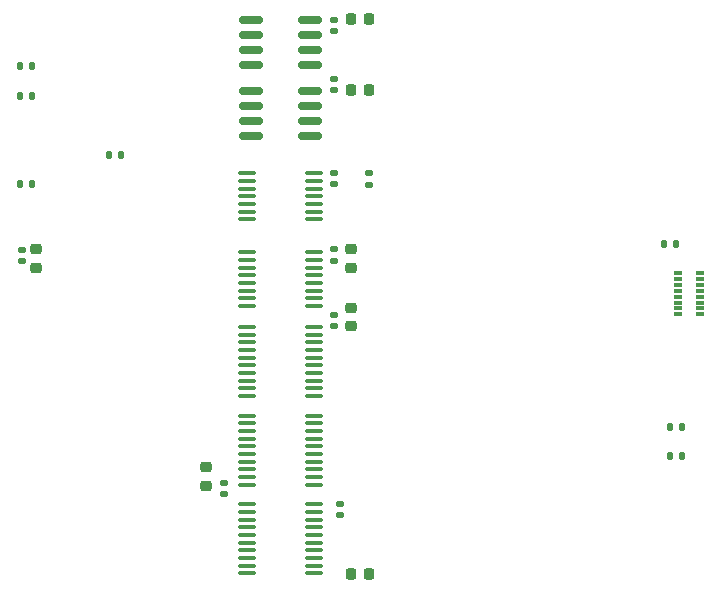
<source format=gbr>
%TF.GenerationSoftware,KiCad,Pcbnew,8.0.1*%
%TF.CreationDate,2024-04-17T16:23:31+02:00*%
%TF.ProjectId,protoA,70726f74-6f41-42e6-9b69-6361645f7063,rev?*%
%TF.SameCoordinates,PX7e13640PY4c4b400*%
%TF.FileFunction,Paste,Top*%
%TF.FilePolarity,Positive*%
%FSLAX46Y46*%
G04 Gerber Fmt 4.6, Leading zero omitted, Abs format (unit mm)*
G04 Created by KiCad (PCBNEW 8.0.1) date 2024-04-17 16:23:31*
%MOMM*%
%LPD*%
G01*
G04 APERTURE LIST*
G04 Aperture macros list*
%AMRoundRect*
0 Rectangle with rounded corners*
0 $1 Rounding radius*
0 $2 $3 $4 $5 $6 $7 $8 $9 X,Y pos of 4 corners*
0 Add a 4 corners polygon primitive as box body*
4,1,4,$2,$3,$4,$5,$6,$7,$8,$9,$2,$3,0*
0 Add four circle primitives for the rounded corners*
1,1,$1+$1,$2,$3*
1,1,$1+$1,$4,$5*
1,1,$1+$1,$6,$7*
1,1,$1+$1,$8,$9*
0 Add four rect primitives between the rounded corners*
20,1,$1+$1,$2,$3,$4,$5,0*
20,1,$1+$1,$4,$5,$6,$7,0*
20,1,$1+$1,$6,$7,$8,$9,0*
20,1,$1+$1,$8,$9,$2,$3,0*%
G04 Aperture macros list end*
%ADD10RoundRect,0.140000X-0.170000X0.140000X-0.170000X-0.140000X0.170000X-0.140000X0.170000X0.140000X0*%
%ADD11RoundRect,0.135000X0.135000X0.185000X-0.135000X0.185000X-0.135000X-0.185000X0.135000X-0.185000X0*%
%ADD12RoundRect,0.150000X-0.825000X-0.150000X0.825000X-0.150000X0.825000X0.150000X-0.825000X0.150000X0*%
%ADD13RoundRect,0.140000X0.170000X-0.140000X0.170000X0.140000X-0.170000X0.140000X-0.170000X-0.140000X0*%
%ADD14RoundRect,0.100000X-0.637500X-0.100000X0.637500X-0.100000X0.637500X0.100000X-0.637500X0.100000X0*%
%ADD15RoundRect,0.225000X-0.225000X-0.250000X0.225000X-0.250000X0.225000X0.250000X-0.225000X0.250000X0*%
%ADD16RoundRect,0.225000X-0.250000X0.225000X-0.250000X-0.225000X0.250000X-0.225000X0.250000X0.225000X0*%
%ADD17RoundRect,0.225000X0.250000X-0.225000X0.250000X0.225000X-0.250000X0.225000X-0.250000X-0.225000X0*%
%ADD18RoundRect,0.100000X0.637500X0.100000X-0.637500X0.100000X-0.637500X-0.100000X0.637500X-0.100000X0*%
%ADD19R,0.800000X0.300000*%
%ADD20RoundRect,0.135000X-0.135000X-0.185000X0.135000X-0.185000X0.135000X0.185000X-0.135000X0.185000X0*%
%ADD21RoundRect,0.135000X0.185000X-0.135000X0.185000X0.135000X-0.185000X0.135000X-0.185000X-0.135000X0*%
G04 APERTURE END LIST*
D10*
%TO.C,C14*%
X35300000Y10460000D03*
X35300000Y9500000D03*
%TD*%
D11*
%TO.C,R2*%
X64300000Y17000000D03*
X63280000Y17000000D03*
%TD*%
%TO.C,R5*%
X9300000Y47510000D03*
X8280000Y47510000D03*
%TD*%
D10*
%TO.C,C6*%
X8400000Y31960000D03*
X8400000Y31000000D03*
%TD*%
D12*
%TO.C,U4*%
X27825000Y45405000D03*
X27825000Y44135000D03*
X27825000Y42865000D03*
X27825000Y41595000D03*
X32775000Y41595000D03*
X32775000Y42865000D03*
X32775000Y44135000D03*
X32775000Y45405000D03*
%TD*%
D13*
%TO.C,C10*%
X34800000Y45500000D03*
X34800000Y46460000D03*
%TD*%
D14*
%TO.C,U7*%
X27437500Y25425000D03*
X27437500Y24775000D03*
X27437500Y24125000D03*
X27437500Y23475000D03*
X27437500Y22825000D03*
X27437500Y22175000D03*
X27437500Y21525000D03*
X27437500Y20875000D03*
X27437500Y20225000D03*
X27437500Y19575000D03*
X33162500Y19575000D03*
X33162500Y20225000D03*
X33162500Y20875000D03*
X33162500Y21525000D03*
X33162500Y22175000D03*
X33162500Y22825000D03*
X33162500Y23475000D03*
X33162500Y24125000D03*
X33162500Y24775000D03*
X33162500Y25425000D03*
%TD*%
D15*
%TO.C,C9*%
X36250000Y45500000D03*
X37800000Y45500000D03*
%TD*%
D12*
%TO.C,U3*%
X27825000Y51405000D03*
X27825000Y50135000D03*
X27825000Y48865000D03*
X27825000Y47595000D03*
X32775000Y47595000D03*
X32775000Y48865000D03*
X32775000Y50135000D03*
X32775000Y51405000D03*
%TD*%
D16*
%TO.C,C1*%
X36300000Y32000000D03*
X36300000Y30450000D03*
%TD*%
D10*
%TO.C,C2*%
X34800000Y32000000D03*
X34800000Y31040000D03*
%TD*%
D17*
%TO.C,C5*%
X9600000Y30450000D03*
X9600000Y32000000D03*
%TD*%
D14*
%TO.C,U5*%
X27437500Y38450000D03*
X27437500Y37800000D03*
X27437500Y37150000D03*
X27437500Y36500000D03*
X27437500Y35850000D03*
X27437500Y35200000D03*
X27437500Y34550000D03*
X33162500Y34550000D03*
X33162500Y35200000D03*
X33162500Y35850000D03*
X33162500Y36500000D03*
X33162500Y37150000D03*
X33162500Y37800000D03*
X33162500Y38450000D03*
%TD*%
D15*
%TO.C,C15*%
X36250000Y4500000D03*
X37800000Y4500000D03*
%TD*%
%TO.C,C7*%
X36250000Y51500000D03*
X37800000Y51500000D03*
%TD*%
D17*
%TO.C,C3*%
X24025000Y12000000D03*
X24025000Y13550000D03*
%TD*%
D14*
%TO.C,U9*%
X27437500Y10425000D03*
X27437500Y9775000D03*
X27437500Y9125000D03*
X27437500Y8475000D03*
X27437500Y7825000D03*
X27437500Y7175000D03*
X27437500Y6525000D03*
X27437500Y5875000D03*
X27437500Y5225000D03*
X27437500Y4575000D03*
X33162500Y4575000D03*
X33162500Y5225000D03*
X33162500Y5875000D03*
X33162500Y6525000D03*
X33162500Y7175000D03*
X33162500Y7825000D03*
X33162500Y8475000D03*
X33162500Y9125000D03*
X33162500Y9775000D03*
X33162500Y10425000D03*
%TD*%
D17*
%TO.C,C12*%
X36300000Y25500000D03*
X36300000Y27050000D03*
%TD*%
D11*
%TO.C,R1*%
X64300000Y14500000D03*
X63280000Y14500000D03*
%TD*%
D10*
%TO.C,C13*%
X34800000Y38460000D03*
X34800000Y37500000D03*
%TD*%
D18*
%TO.C,U8*%
X33162500Y12075000D03*
X33162500Y12725000D03*
X33162500Y13375000D03*
X33162500Y14025000D03*
X33162500Y14675000D03*
X33162500Y15325000D03*
X33162500Y15975000D03*
X33162500Y16625000D03*
X33162500Y17275000D03*
X33162500Y17925000D03*
X27437500Y17925000D03*
X27437500Y17275000D03*
X27437500Y16625000D03*
X27437500Y15975000D03*
X27437500Y15325000D03*
X27437500Y14675000D03*
X27437500Y14025000D03*
X27437500Y13375000D03*
X27437500Y12725000D03*
X27437500Y12075000D03*
%TD*%
D14*
%TO.C,U6*%
X27437500Y31750000D03*
X27437500Y31100000D03*
X27437500Y30450000D03*
X27437500Y29800000D03*
X27437500Y29150000D03*
X27437500Y28500000D03*
X27437500Y27850000D03*
X27437500Y27200000D03*
X33162500Y27200000D03*
X33162500Y27850000D03*
X33162500Y28500000D03*
X33162500Y29150000D03*
X33162500Y29800000D03*
X33162500Y30450000D03*
X33162500Y31100000D03*
X33162500Y31750000D03*
%TD*%
D19*
%TO.C,RN1*%
X65800000Y26500000D03*
X65800000Y27000000D03*
X65800000Y27500000D03*
X65800000Y28000000D03*
X65800000Y28500000D03*
X65800000Y29000000D03*
X65800000Y29500000D03*
X65800000Y30000000D03*
X64000000Y30000000D03*
X64000000Y29500000D03*
X64000000Y29000000D03*
X64000000Y28500000D03*
X64000000Y28000000D03*
X64000000Y27500000D03*
X64000000Y27000000D03*
X64000000Y26500000D03*
%TD*%
D13*
%TO.C,C11*%
X34800000Y25500000D03*
X34800000Y26460000D03*
%TD*%
D10*
%TO.C,C8*%
X34800000Y51460000D03*
X34800000Y50500000D03*
%TD*%
D20*
%TO.C,R3*%
X8280000Y45000000D03*
X9300000Y45000000D03*
%TD*%
D10*
%TO.C,C4*%
X25550000Y12230000D03*
X25550000Y11270000D03*
%TD*%
D21*
%TO.C,R8*%
X37800000Y37490000D03*
X37800000Y38510000D03*
%TD*%
D20*
%TO.C,R4*%
X8280000Y37500000D03*
X9300000Y37500000D03*
%TD*%
%TO.C,R9*%
X62800000Y32500000D03*
X63820000Y32500000D03*
%TD*%
%TO.C,R6*%
X15800000Y40000000D03*
X16820000Y40000000D03*
%TD*%
M02*

</source>
